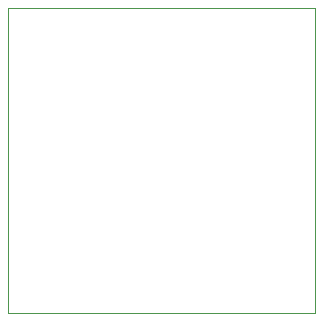
<source format=gbr>
%TF.GenerationSoftware,Altium Limited,Altium Designer,21.8.1 (53)*%
G04 Layer_Color=0*
%FSLAX43Y43*%
%MOMM*%
%TF.SameCoordinates,A7E584E7-F716-4AE1-8DC8-91342B5AF22B*%
%TF.FilePolarity,Positive*%
%TF.FileFunction,Profile,NP*%
%TF.Part,Single*%
G01*
G75*
%TA.AperFunction,Profile*%
%ADD26C,0.025*%
D26*
X0Y0D02*
Y25840D01*
X26000D01*
Y0D01*
X0D01*
%TF.MD5,05285085133c2c0124184f8793ea472d*%
M02*

</source>
